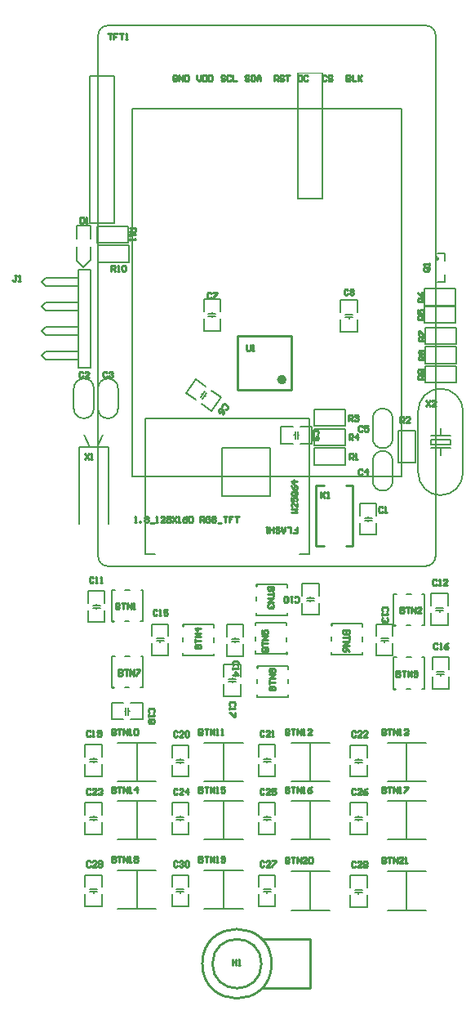
<source format=gto>
G04*
G04 #@! TF.GenerationSoftware,Altium Limited,Altium Designer,22.11.1 (43)*
G04*
G04 Layer_Color=65535*
%FSLAX44Y44*%
%MOMM*%
G71*
G04*
G04 #@! TF.SameCoordinates,BDB78580-9DC3-4381-8F3F-6093B5378177*
G04*
G04*
G04 #@! TF.FilePolarity,Positive*
G04*
G01*
G75*
%ADD10C,0.2000*%
%ADD11C,0.5000*%
%ADD12C,0.2032*%
%ADD13C,0.2540*%
%ADD14C,0.2500*%
%ADD15C,0.1524*%
%ADD16C,0.1000*%
D10*
X1109800Y1441400D02*
G03*
X1099800Y1451400I-10000J0D01*
G01*
Y891400D02*
G03*
X1109800Y901400I0J10000D01*
G01*
X769800Y1451400D02*
G03*
X759800Y1441400I0J-10000D01*
G01*
Y901400D02*
G03*
X769800Y891400I10000J0D01*
G01*
X1065414Y1044160D02*
G03*
X1044586Y1044160I-10414J0D01*
G01*
Y1023840D02*
G03*
X1065414Y1023840I10414J0D01*
G01*
X780414Y1075160D02*
G03*
X759586Y1075160I-10414J0D01*
G01*
Y1054840D02*
G03*
X780414Y1054840I10414J0D01*
G01*
X755414Y1075160D02*
G03*
X734586Y1075160I-10414J0D01*
G01*
Y1054840D02*
G03*
X755414Y1054840I10414J0D01*
G01*
X1065414Y1000160D02*
G03*
X1044586Y1000160I-10414J0D01*
G01*
Y979840D02*
G03*
X1065414Y979840I10414J0D01*
G01*
X795200Y984200D02*
X1074600D01*
X795200Y1365200D02*
X1074600D01*
Y984200D02*
Y1365200D01*
X795200Y984200D02*
Y1365200D01*
X769800Y891400D02*
X1099800D01*
X769800Y1451400D02*
X1099800D01*
X1109800Y901400D02*
Y1441400D01*
X759800Y901400D02*
Y1441400D01*
X1060000Y575000D02*
X1100000D01*
X1060000Y535000D02*
X1100000D01*
X1080000D02*
Y575000D01*
X1065414Y1023840D02*
Y1044160D01*
X1044586Y1023840D02*
Y1044160D01*
X938600Y964000D02*
Y1014000D01*
X888600Y964000D02*
Y1014000D01*
X938600D01*
X888600Y964000D02*
X938600D01*
X968600Y904000D02*
X978600D01*
Y1044000D01*
X968600D02*
X978600D01*
X808600D02*
X968600D01*
X808600Y904000D02*
Y1044000D01*
Y904000D02*
X818600D01*
X739600Y1096900D02*
Y1198500D01*
Y1096900D02*
X752300D01*
X705733Y1190033D02*
X739600D01*
X701500Y1185800D02*
X705733Y1190033D01*
X701500Y1185800D02*
X705733Y1181567D01*
X739600D01*
X705733Y1164633D02*
X739600D01*
X701500Y1160400D02*
X705733Y1164633D01*
X701500Y1160400D02*
X705733Y1156167D01*
X739600D01*
X705733Y1139233D02*
X739600D01*
X701500Y1135000D02*
X705733Y1139233D01*
X701500Y1135000D02*
X705733Y1130767D01*
X739600D01*
X705733Y1113833D02*
X739600D01*
X701500Y1109600D02*
X705733Y1113833D01*
X701500Y1109600D02*
X705733Y1105367D01*
X739600D01*
Y1198500D02*
X752300D01*
Y1096900D02*
Y1198500D01*
X967300Y1271900D02*
X992700D01*
Y1402460D01*
X967300Y1271900D02*
Y1402460D01*
X751400Y1246500D02*
X776800D01*
X751400Y1398900D02*
X776800D01*
Y1246500D02*
Y1398900D01*
X751400Y1246500D02*
Y1398900D01*
X770240Y935000D02*
Y1015000D01*
X739760Y935000D02*
Y1015000D01*
X770240D01*
X745000Y1027000D02*
X751000Y1015000D01*
X759000D02*
X765000Y1027000D01*
X1119700Y1185500D02*
Y1193500D01*
X1111700Y1185500D02*
X1119700D01*
Y1207500D02*
Y1215500D01*
X1111700D02*
X1119700D01*
X806384Y765440D02*
Y797698D01*
X787842D02*
X792414D01*
X774126Y765440D02*
Y797698D01*
Y765440D02*
X774888D01*
X787588D02*
X791652D01*
X803844D02*
X806384D01*
X804098Y797698D02*
X806384D01*
X774126D02*
X777682D01*
X780000Y576000D02*
X820000D01*
X780000Y536000D02*
X820000D01*
X800000D02*
Y576000D01*
X780414Y1054840D02*
Y1075160D01*
X759586Y1054840D02*
Y1075160D01*
X755414Y1054840D02*
Y1075160D01*
X734586Y1054840D02*
Y1075160D01*
X1065414Y979840D02*
Y1000160D01*
X1044586Y979840D02*
Y1000160D01*
X774126Y866698D02*
X777682D01*
X804098D02*
X806384D01*
X803844Y834440D02*
X806384D01*
X787588D02*
X791652D01*
X774126D02*
X774888D01*
X774126D02*
Y866698D01*
X787842D02*
X792414D01*
X806384Y834440D02*
Y866698D01*
X955698Y869318D02*
Y872874D01*
Y840616D02*
Y842902D01*
X923440Y840616D02*
Y843156D01*
Y855348D02*
Y859412D01*
Y872112D02*
Y872874D01*
X955698D01*
Y854586D02*
Y859158D01*
X923440Y840616D02*
X955698D01*
X1066126Y796698D02*
X1069682D01*
X1096098D02*
X1098384D01*
X1095844Y764440D02*
X1098384D01*
X1079588D02*
X1083652D01*
X1066126D02*
X1066888D01*
X1066126D02*
Y796698D01*
X1079842D02*
X1084414D01*
X1098384Y764440D02*
Y796698D01*
X1066126Y862698D02*
X1069682D01*
X1096098D02*
X1098384D01*
X1095844Y830440D02*
X1098384D01*
X1079588D02*
X1083652D01*
X1066126D02*
X1066888D01*
X1066126D02*
Y862698D01*
X1079842D02*
X1084414D01*
X1098384Y830440D02*
Y862698D01*
X956698Y784318D02*
Y787874D01*
Y755616D02*
Y757902D01*
X924440Y755616D02*
Y758156D01*
Y770348D02*
Y774412D01*
Y787112D02*
Y787874D01*
X956698D01*
Y769586D02*
Y774158D01*
X924440Y755616D02*
X956698D01*
X879698Y827318D02*
Y830874D01*
Y798616D02*
Y800902D01*
X847440Y798616D02*
Y801156D01*
Y813348D02*
Y817412D01*
Y830112D02*
Y830874D01*
X879698D01*
Y812586D02*
Y817158D01*
X847440Y798616D02*
X879698D01*
X1033698Y828318D02*
Y831874D01*
Y799616D02*
Y801902D01*
X1001440Y799616D02*
Y802156D01*
Y814348D02*
Y818412D01*
Y831112D02*
Y831874D01*
X1033698D01*
Y813586D02*
Y818158D01*
X1001440Y799616D02*
X1033698D01*
X923302Y800126D02*
Y803682D01*
Y830098D02*
Y832384D01*
X955560Y829844D02*
Y832384D01*
Y813588D02*
Y817652D01*
Y800126D02*
Y800888D01*
X923302Y800126D02*
X955560D01*
X923302Y813842D02*
Y818414D01*
Y832384D02*
X955560D01*
X1080000Y668000D02*
Y708000D01*
X1060000Y668000D02*
X1100000D01*
X1060000Y708000D02*
X1100000D01*
X980000Y668000D02*
Y708000D01*
X960000Y668000D02*
X1000000D01*
X960000Y708000D02*
X1000000D01*
X890000Y668000D02*
Y708000D01*
X870000Y668000D02*
X910000D01*
X870000Y708000D02*
X910000D01*
X800000Y668000D02*
Y708000D01*
X780000Y668000D02*
X820000D01*
X780000Y708000D02*
X820000D01*
X1080000Y608000D02*
Y648000D01*
X1060000Y608000D02*
X1100000D01*
X1060000Y648000D02*
X1100000D01*
X980000Y608000D02*
Y648000D01*
X960000Y608000D02*
X1000000D01*
X960000Y648000D02*
X1000000D01*
X890000Y608000D02*
Y648000D01*
X870000Y608000D02*
X910000D01*
X870000Y648000D02*
X910000D01*
X800000Y608000D02*
Y648000D01*
X780000Y608000D02*
X820000D01*
X780000Y648000D02*
X820000D01*
X980000Y535000D02*
Y575000D01*
X960000Y535000D02*
X1000000D01*
X960000Y575000D02*
X1000000D01*
X890000Y536000D02*
Y576000D01*
X870000Y536000D02*
X910000D01*
X870000Y576000D02*
X910000D01*
D11*
X952780Y1084490D02*
G03*
X952780Y1084490I-2500J0D01*
G01*
D12*
X1091750Y988250D02*
G03*
X1138248Y988269I23249J-249D01*
G01*
X1138249Y1051750D02*
G03*
X1091751Y1051731I-23249J249D01*
G01*
X869363Y1135245D02*
X886635D01*
X869363D02*
Y1147691D01*
X886635Y1135245D02*
Y1147691D01*
X869363Y1155311D02*
Y1167757D01*
X886635Y1155311D02*
Y1167757D01*
X869363D02*
X886635D01*
X836364Y571256D02*
X853636D01*
Y558810D02*
Y571256D01*
X836364Y558810D02*
Y571256D01*
X853636Y538744D02*
Y551190D01*
X836364Y538744D02*
Y551190D01*
Y538744D02*
X853636D01*
X744555Y1201091D02*
X752112Y1208648D01*
Y1221792D01*
X737888Y1207758D02*
X744555Y1201091D01*
X737888Y1207758D02*
Y1221792D01*
Y1230428D02*
Y1244144D01*
X738396D01*
X752112D01*
Y1243890D02*
Y1244144D01*
Y1230428D02*
Y1243890D01*
X791256Y1226364D02*
Y1243636D01*
X778810Y1226364D02*
X791256D01*
X778810Y1243636D02*
X791256D01*
X758744Y1226364D02*
X778810D01*
X758744Y1243636D02*
X778810D01*
X758744Y1226364D02*
Y1243636D01*
X1138251Y988269D02*
Y1051750D01*
X1091750Y988250D02*
Y1051731D01*
X1016256Y1016364D02*
Y1033636D01*
X1003810Y1016364D02*
X1016256D01*
X1003810Y1033636D02*
X1016256D01*
X983744Y1016364D02*
X1003810D01*
X983744Y1033636D02*
X1003810D01*
X983744Y1016364D02*
Y1033636D01*
X981757Y1018365D02*
Y1035637D01*
X969311Y1018365D02*
X981757D01*
X969311Y1035637D02*
X981757D01*
X949245Y1018365D02*
X961691D01*
X949245Y1035637D02*
X961691D01*
X949245Y1018365D02*
Y1035637D01*
X1098243Y1143363D02*
Y1160635D01*
X1118309D01*
X1098243Y1143363D02*
X1118309D01*
Y1160635D02*
X1130755D01*
X1118309Y1143363D02*
X1130755D01*
Y1160635D01*
X1131249Y1121400D02*
Y1138671D01*
X1111183Y1121400D02*
X1131249D01*
X1111183Y1138671D02*
X1131249D01*
X1098737Y1121400D02*
X1111183D01*
X1098737Y1138671D02*
X1111183D01*
X1098737Y1121400D02*
Y1138671D01*
X1098243Y1161363D02*
Y1178635D01*
X1118309D01*
X1098243Y1161363D02*
X1118309D01*
Y1178635D02*
X1130755D01*
X1118309Y1161363D02*
X1130755D01*
Y1178635D01*
X1098737Y1101364D02*
Y1118636D01*
X1118803D01*
X1098737Y1101364D02*
X1118803D01*
Y1118636D02*
X1131249D01*
X1118803Y1101364D02*
X1131249D01*
Y1118636D01*
Y1081364D02*
Y1098636D01*
X1111183Y1081364D02*
X1131249D01*
X1111183Y1098636D02*
X1131249D01*
X1098737Y1081364D02*
X1111183D01*
X1098737Y1098636D02*
X1111183D01*
X1098737Y1081364D02*
Y1098636D01*
X1011363Y1134245D02*
X1028635D01*
X1011363D02*
Y1146691D01*
X1028635Y1134245D02*
Y1146691D01*
X1011363Y1154311D02*
Y1166757D01*
X1028635Y1154311D02*
Y1166757D01*
X1011363D02*
X1028635D01*
X850950Y1070699D02*
X860856Y1084847D01*
X871052Y1077709D01*
X850950Y1070699D02*
X861145Y1063560D01*
X877294Y1073338D02*
X887489Y1066199D01*
X867387Y1059190D02*
X877582Y1052051D01*
X887489Y1066199D01*
X1016256Y1036364D02*
Y1053636D01*
X996190Y1036364D02*
X1016256D01*
X996190Y1053636D02*
X1016256D01*
X983744Y1036364D02*
X996190D01*
X983744Y1053636D02*
X996190D01*
X983744Y1036364D02*
Y1053636D01*
X791757Y1206365D02*
Y1223637D01*
X771691Y1206365D02*
X791757D01*
X771691Y1223637D02*
X791757D01*
X759245Y1206365D02*
X771691D01*
X759245Y1223637D02*
X771691D01*
X759245Y1206365D02*
Y1223637D01*
X983744Y996364D02*
Y1013636D01*
X1003810D01*
X983744Y996364D02*
X1003810D01*
Y1013636D02*
X1016256D01*
X1003810Y996364D02*
X1016256D01*
Y1013636D01*
X1031364Y923744D02*
X1048636D01*
X1031364D02*
Y936190D01*
X1048636Y923744D02*
Y936190D01*
X1031364Y943810D02*
Y956256D01*
X1048636Y943810D02*
Y956256D01*
X1031364D02*
X1048636D01*
X746364Y706256D02*
X763636D01*
Y693810D02*
Y706256D01*
X746364Y693810D02*
Y706256D01*
X763636Y673744D02*
Y686190D01*
X746364Y673744D02*
Y686190D01*
Y673744D02*
X763636D01*
X890364Y756744D02*
X907636D01*
X890364D02*
Y769190D01*
X907636Y756744D02*
Y769190D01*
X890364Y776810D02*
Y789256D01*
X907636Y776810D02*
Y789256D01*
X890364D02*
X907636D01*
X773744Y732364D02*
Y749636D01*
X786190D01*
X773744Y732364D02*
X786190D01*
X793810Y749636D02*
X806256D01*
X793810Y732364D02*
X806256D01*
Y749636D01*
X1048364Y798744D02*
X1065636D01*
X1048364D02*
Y811190D01*
X1065636Y798744D02*
Y811190D01*
X1048364Y818810D02*
Y831256D01*
X1065636Y818810D02*
Y831256D01*
X1048364D02*
X1065636D01*
X893363Y830757D02*
X910635D01*
Y818311D02*
Y830757D01*
X893363Y818311D02*
Y830757D01*
X910635Y798245D02*
Y810691D01*
X893363Y798245D02*
Y810691D01*
Y798245D02*
X910635D01*
X971364Y840744D02*
X988636D01*
X971364D02*
Y853190D01*
X988636Y840744D02*
Y853190D01*
X971364Y860810D02*
Y873256D01*
X988636Y860810D02*
Y873256D01*
X971364D02*
X988636D01*
X815364Y798744D02*
X832636D01*
X815364D02*
Y811190D01*
X832636Y798744D02*
Y811190D01*
X815364Y818810D02*
Y831256D01*
X832636Y818810D02*
Y831256D01*
X815364D02*
X832636D01*
X1106363Y764245D02*
X1123635D01*
X1106363D02*
Y776691D01*
X1123635Y764245D02*
Y776691D01*
X1106363Y784311D02*
Y796757D01*
X1123635Y784311D02*
Y796757D01*
X1106363D02*
X1123635D01*
X1105363Y830245D02*
X1122635D01*
X1105363D02*
Y842691D01*
X1122635Y830245D02*
Y842691D01*
X1105363Y850311D02*
Y862757D01*
X1122635Y850311D02*
Y862757D01*
X1105363D02*
X1122635D01*
X749365Y865755D02*
X766637D01*
Y853309D02*
Y865755D01*
X749365Y853309D02*
Y865755D01*
X766637Y833243D02*
Y845689D01*
X749365Y833243D02*
Y845689D01*
Y833243D02*
X766637D01*
X1071364Y1031256D02*
X1088636D01*
Y1018810D02*
Y1031256D01*
X1071364Y1018810D02*
Y1031256D01*
X1088636Y998744D02*
Y1018810D01*
X1071364Y998744D02*
Y1018810D01*
Y998744D02*
X1088636D01*
X1021365Y673243D02*
X1038637D01*
X1021365D02*
Y685689D01*
X1038637Y673243D02*
Y685689D01*
X1021365Y693309D02*
Y705755D01*
X1038637Y693309D02*
Y705755D01*
X1021365D02*
X1038637D01*
X926364Y673744D02*
X943636D01*
X926364D02*
Y686190D01*
X943636Y673744D02*
Y686190D01*
X926364Y693810D02*
Y706256D01*
X943636Y693810D02*
Y706256D01*
X926364D02*
X943636D01*
X836365Y673243D02*
X853637D01*
X836365D02*
Y685689D01*
X853637Y673243D02*
Y685689D01*
X836365Y693309D02*
Y705755D01*
X853637Y693309D02*
Y705755D01*
X836365D02*
X853637D01*
X1021364Y613744D02*
X1038636D01*
X1021364D02*
Y626190D01*
X1038636Y613744D02*
Y626190D01*
X1021364Y633810D02*
Y646256D01*
X1038636Y633810D02*
Y646256D01*
X1021364D02*
X1038636D01*
X926364D02*
X943636D01*
Y633810D02*
Y646256D01*
X926364Y633810D02*
Y646256D01*
X943636Y613744D02*
Y626190D01*
X926364Y613744D02*
Y626190D01*
Y613744D02*
X943636D01*
X836364D02*
X853636D01*
X836364D02*
Y626190D01*
X853636Y613744D02*
Y626190D01*
X836364Y633810D02*
Y646256D01*
X853636Y633810D02*
Y646256D01*
X836364D02*
X853636D01*
X746364Y613744D02*
X763636D01*
X746364D02*
Y626190D01*
X763636Y613744D02*
Y626190D01*
X746364Y633810D02*
Y646256D01*
X763636Y633810D02*
Y646256D01*
X746364D02*
X763636D01*
X1021365Y538243D02*
X1038637D01*
X1021365D02*
Y550689D01*
X1038637Y538243D02*
Y550689D01*
X1021365Y558309D02*
Y570755D01*
X1038637Y558309D02*
Y570755D01*
X1021365D02*
X1038637D01*
X926364Y538744D02*
X943636D01*
X926364D02*
Y551190D01*
X943636Y538744D02*
Y551190D01*
X926364Y558810D02*
Y571256D01*
X943636Y558810D02*
Y571256D01*
X926364D02*
X943636D01*
X746364Y538744D02*
X763636D01*
X746364D02*
Y551190D01*
X763636Y538744D02*
Y551190D01*
X746364Y558810D02*
Y571256D01*
X763636Y558810D02*
Y571256D01*
X746364D02*
X763636D01*
D13*
X939721Y479400D02*
G03*
X939721Y479400I-35921J0D01*
G01*
X929200D02*
G03*
X929200Y479400I-25400J0D01*
G01*
X986000Y912254D02*
Y975254D01*
X1024000Y912254D02*
Y975254D01*
X986000Y912254D02*
X994332D01*
X986000Y975254D02*
X994332D01*
X1016684Y912254D02*
X1024000D01*
X1016684Y975254D02*
X1024000D01*
X960440Y1074330D02*
Y1130210D01*
X904560Y1074330D02*
X960440D01*
X904560D02*
Y1130210D01*
X960440D01*
X929200Y504800D02*
X980000D01*
Y454000D02*
Y504800D01*
X929200Y454000D02*
X980000D01*
X774380Y765440D02*
X775904D01*
X774380Y834440D02*
X775904D01*
X923440Y871096D02*
Y872620D01*
X1066380Y764440D02*
X1067904D01*
X1066380Y830440D02*
X1067904D01*
X924440Y786096D02*
Y787620D01*
X847440Y829096D02*
Y830620D01*
X1001440Y830096D02*
Y831620D01*
X955560Y800380D02*
Y801904D01*
X877000Y1173500D02*
X876000Y1174500D01*
X874000D01*
X873001Y1173500D01*
Y1169501D01*
X874000Y1168502D01*
X876000D01*
X877000Y1169501D01*
X878999Y1174500D02*
X882998D01*
Y1173500D01*
X878999Y1169501D01*
Y1168502D01*
X770003Y1442999D02*
X774002D01*
X772003D01*
Y1437001D01*
X780000Y1442999D02*
X776001D01*
Y1440000D01*
X778001D01*
X776001D01*
Y1437001D01*
X781999Y1442999D02*
X785998D01*
X783999D01*
Y1437001D01*
X787997D02*
X789997D01*
X788997D01*
Y1442999D01*
X787997Y1441999D01*
X797740Y936940D02*
X799739D01*
X798740D01*
Y942938D01*
X797740Y941938D01*
X802738Y936940D02*
Y937939D01*
X803738D01*
Y936940D01*
X802738D01*
X807737Y941938D02*
X808736Y942938D01*
X810736D01*
X811735Y941938D01*
Y940938D01*
X810736Y939939D01*
X811735Y938939D01*
Y937939D01*
X810736Y936940D01*
X808736D01*
X807737Y937939D01*
Y938939D01*
X808736Y939939D01*
X807737Y940938D01*
Y941938D01*
X808736Y939939D02*
X810736D01*
X813735Y935940D02*
X817734D01*
X819733Y936940D02*
X821732D01*
X820732D01*
Y942938D01*
X819733Y941938D01*
X828730Y936940D02*
X824731D01*
X828730Y940938D01*
Y941938D01*
X827730Y942938D01*
X825731D01*
X824731Y941938D01*
X830729D02*
X831729Y942938D01*
X833728D01*
X834728Y941938D01*
Y940938D01*
X833728Y939939D01*
X834728Y938939D01*
Y937939D01*
X833728Y936940D01*
X831729D01*
X830729Y937939D01*
Y938939D01*
X831729Y939939D01*
X830729Y940938D01*
Y941938D01*
X831729Y939939D02*
X833728D01*
X836727Y942938D02*
X840726Y936940D01*
Y942938D02*
X836727Y936940D01*
X842725D02*
X844725D01*
X843725D01*
Y942938D01*
X842725Y941938D01*
X851722Y942938D02*
X849723Y941938D01*
X847724Y939939D01*
Y937939D01*
X848723Y936940D01*
X850723D01*
X851722Y937939D01*
Y938939D01*
X850723Y939939D01*
X847724D01*
X853722Y941938D02*
X854722Y942938D01*
X856721D01*
X857720Y941938D01*
Y937939D01*
X856721Y936940D01*
X854722D01*
X853722Y937939D01*
Y941938D01*
X865718Y936940D02*
Y942938D01*
X868717D01*
X869717Y941938D01*
Y939939D01*
X868717Y938939D01*
X865718D01*
X867717D02*
X869717Y936940D01*
X875715Y941938D02*
X874715Y942938D01*
X872716D01*
X871716Y941938D01*
Y937939D01*
X872716Y936940D01*
X874715D01*
X875715Y937939D01*
Y939939D01*
X873715D01*
X877714Y942938D02*
Y936940D01*
X880713D01*
X881713Y937939D01*
Y938939D01*
X880713Y939939D01*
X877714D01*
X880713D01*
X881713Y940938D01*
Y941938D01*
X880713Y942938D01*
X877714D01*
X883712Y935940D02*
X887711D01*
X889710Y942938D02*
X893709D01*
X891710D01*
Y936940D01*
X899707Y942938D02*
X895708D01*
Y939939D01*
X897708D01*
X895708D01*
Y936940D01*
X901706Y942938D02*
X905705D01*
X903706D01*
Y936940D01*
X1017340Y1399938D02*
Y1393940D01*
X1020339D01*
X1021339Y1394940D01*
Y1395939D01*
X1020339Y1396939D01*
X1017340D01*
X1020339D01*
X1021339Y1397939D01*
Y1398938D01*
X1020339Y1399938D01*
X1017340D01*
X1023338D02*
Y1393940D01*
X1027337D01*
X1029336Y1399938D02*
Y1393940D01*
Y1395939D01*
X1033335Y1399938D01*
X1030336Y1396939D01*
X1033335Y1393940D01*
X996339Y1398938D02*
X995339Y1399938D01*
X993340D01*
X992340Y1398938D01*
Y1394940D01*
X993340Y1393940D01*
X995339D01*
X996339Y1394940D01*
X1002337Y1398938D02*
X1001337Y1399938D01*
X999338D01*
X998338Y1398938D01*
Y1397939D01*
X999338Y1396939D01*
X1001337D01*
X1002337Y1395939D01*
Y1394940D01*
X1001337Y1393940D01*
X999338D01*
X998338Y1394940D01*
X967340Y1399938D02*
Y1393940D01*
X970339D01*
X971339Y1394940D01*
Y1398938D01*
X970339Y1399938D01*
X967340D01*
X977337Y1398938D02*
X976337Y1399938D01*
X974338D01*
X973338Y1398938D01*
Y1394940D01*
X974338Y1393940D01*
X976337D01*
X977337Y1394940D01*
X942340Y1393940D02*
Y1399938D01*
X945339D01*
X946339Y1398938D01*
Y1396939D01*
X945339Y1395939D01*
X942340D01*
X944339D02*
X946339Y1393940D01*
X952337Y1398938D02*
X951337Y1399938D01*
X949338D01*
X948338Y1398938D01*
Y1397939D01*
X949338Y1396939D01*
X951337D01*
X952337Y1395939D01*
Y1394940D01*
X951337Y1393940D01*
X949338D01*
X948338Y1394940D01*
X954336Y1399938D02*
X958335D01*
X956336D01*
Y1393940D01*
X916339Y1398938D02*
X915339Y1399938D01*
X913340D01*
X912340Y1398938D01*
Y1397939D01*
X913340Y1396939D01*
X915339D01*
X916339Y1395939D01*
Y1394940D01*
X915339Y1393940D01*
X913340D01*
X912340Y1394940D01*
X918338Y1399938D02*
Y1393940D01*
X921337D01*
X922337Y1394940D01*
Y1398938D01*
X921337Y1399938D01*
X918338D01*
X924336Y1393940D02*
Y1397939D01*
X926336Y1399938D01*
X928335Y1397939D01*
Y1393940D01*
Y1396939D01*
X924336D01*
X891339Y1398938D02*
X890339Y1399938D01*
X888340D01*
X887340Y1398938D01*
Y1397939D01*
X888340Y1396939D01*
X890339D01*
X891339Y1395939D01*
Y1394940D01*
X890339Y1393940D01*
X888340D01*
X887340Y1394940D01*
X897337Y1398938D02*
X896337Y1399938D01*
X894338D01*
X893338Y1398938D01*
Y1394940D01*
X894338Y1393940D01*
X896337D01*
X897337Y1394940D01*
X899336Y1399938D02*
Y1393940D01*
X903335D01*
X862260Y1399938D02*
Y1395939D01*
X864260Y1393940D01*
X866259Y1395939D01*
Y1399938D01*
X868258D02*
Y1393940D01*
X871257D01*
X872257Y1394940D01*
Y1398938D01*
X871257Y1399938D01*
X868258D01*
X874257D02*
Y1393940D01*
X877255D01*
X878255Y1394940D01*
Y1398938D01*
X877255Y1399938D01*
X874257D01*
X841339Y1398938D02*
X840339Y1399938D01*
X838340D01*
X837340Y1398938D01*
Y1394940D01*
X838340Y1393940D01*
X840339D01*
X841339Y1394940D01*
Y1396939D01*
X839339D01*
X843338Y1393940D02*
Y1399938D01*
X847337Y1393940D01*
Y1399938D01*
X849336D02*
Y1393940D01*
X852335D01*
X853335Y1394940D01*
Y1398938D01*
X852335Y1399938D01*
X849336D01*
X960062Y946540D02*
X966060D01*
X964061Y948539D01*
X966060Y950539D01*
X960062D01*
X966060Y956537D02*
Y952538D01*
X962061Y956537D01*
X961062D01*
X960062Y955537D01*
Y953538D01*
X961062Y952538D01*
X960062Y962535D02*
Y958536D01*
X963061D01*
X962061Y960536D01*
Y961535D01*
X963061Y962535D01*
X965060D01*
X966060Y961535D01*
Y959536D01*
X965060Y958536D01*
Y968533D02*
X961062D01*
X960062Y967533D01*
Y965534D01*
X961062Y964534D01*
X965060D01*
X966060Y965534D01*
Y967533D01*
X964061Y966534D02*
X966060Y968533D01*
Y967533D02*
X965060Y968533D01*
X960062Y974531D02*
X961062Y972532D01*
X963061Y970532D01*
X965060D01*
X966060Y971532D01*
Y973531D01*
X965060Y974531D01*
X964061D01*
X963061Y973531D01*
Y970532D01*
X966060Y979529D02*
X960062D01*
X963061Y976530D01*
Y980529D01*
X781004Y783999D02*
Y778001D01*
X784003D01*
X785002Y779001D01*
Y780000D01*
X784003Y781000D01*
X781004D01*
X784003D01*
X785002Y782000D01*
Y782999D01*
X784003Y783999D01*
X781004D01*
X787002D02*
X791000D01*
X789001D01*
Y778001D01*
X793000D02*
Y783999D01*
X796998Y778001D01*
Y783999D01*
X798998D02*
X802997D01*
Y782999D01*
X798998Y779001D01*
Y778001D01*
X1101999Y1201000D02*
X1098001D01*
X1097001Y1200000D01*
Y1198001D01*
X1098001Y1197001D01*
X1101999D01*
X1102999Y1198001D01*
Y1200000D01*
X1101000Y1199001D02*
X1102999Y1201000D01*
Y1200000D02*
X1101999Y1201000D01*
X1102999Y1202999D02*
Y1204999D01*
Y1203999D01*
X1097001D01*
X1098001Y1202999D01*
X899001Y483999D02*
Y478001D01*
Y481000D01*
X903000D01*
Y483999D01*
Y478001D01*
X904999D02*
X906999D01*
X905999D01*
Y483999D01*
X904999Y482999D01*
X1100002Y1062999D02*
X1104000Y1057001D01*
Y1062999D02*
X1100002Y1057001D01*
X1109998D02*
X1106000D01*
X1109998Y1061000D01*
Y1061999D01*
X1108999Y1062999D01*
X1106999D01*
X1106000Y1061999D01*
X746001Y1007999D02*
X750000Y1002001D01*
Y1007999D02*
X746001Y1002001D01*
X751999D02*
X753999D01*
X752999D01*
Y1007999D01*
X751999Y1006999D01*
X792502Y1241499D02*
X798500D01*
Y1238500D01*
X797500Y1237500D01*
X795501D01*
X794501Y1238500D01*
Y1241499D01*
Y1239499D02*
X792502Y1237500D01*
Y1235501D02*
Y1233501D01*
Y1234501D01*
X798500D01*
X797500Y1235501D01*
X792502Y1230502D02*
Y1228503D01*
Y1229503D01*
X798500D01*
X797500Y1230502D01*
X773502Y1197001D02*
Y1202999D01*
X776501D01*
X777501Y1201999D01*
Y1200000D01*
X776501Y1199000D01*
X773502D01*
X775502D02*
X777501Y1197001D01*
X779501D02*
X781500D01*
X780500D01*
Y1202999D01*
X779501Y1201999D01*
X784499D02*
X785499Y1202999D01*
X787498D01*
X788498Y1201999D01*
Y1198001D01*
X787498Y1197001D01*
X785499D01*
X784499Y1198001D01*
Y1201999D01*
X1097491Y1085001D02*
X1091493D01*
Y1088000D01*
X1092493Y1088999D01*
X1094492D01*
X1095492Y1088000D01*
Y1085001D01*
Y1087000D02*
X1097491Y1088999D01*
X1096492Y1090999D02*
X1097491Y1091999D01*
Y1093998D01*
X1096492Y1094997D01*
X1092493D01*
X1091493Y1093998D01*
Y1091999D01*
X1092493Y1090999D01*
X1093493D01*
X1094492Y1091999D01*
Y1094997D01*
X1097992Y1105002D02*
X1091994D01*
Y1108001D01*
X1092994Y1109000D01*
X1094993D01*
X1095993Y1108001D01*
Y1105002D01*
Y1107001D02*
X1097992Y1109000D01*
X1092994Y1111000D02*
X1091994Y1111999D01*
Y1113999D01*
X1092994Y1114998D01*
X1093993D01*
X1094993Y1113999D01*
X1095993Y1114998D01*
X1096992D01*
X1097992Y1113999D01*
Y1111999D01*
X1096992Y1111000D01*
X1095993D01*
X1094993Y1111999D01*
X1093993Y1111000D01*
X1092994D01*
X1094993Y1111999D02*
Y1113999D01*
X1097992Y1125037D02*
X1091994D01*
Y1128036D01*
X1092994Y1129036D01*
X1094993D01*
X1095993Y1128036D01*
Y1125037D01*
Y1127037D02*
X1097992Y1129036D01*
X1091994Y1131035D02*
Y1135034D01*
X1092994D01*
X1096992Y1131035D01*
X1097992D01*
X1097498Y1165001D02*
X1091500D01*
Y1168000D01*
X1092500Y1168999D01*
X1094499D01*
X1095499Y1168000D01*
Y1165001D01*
Y1167000D02*
X1097498Y1168999D01*
X1091500Y1174998D02*
X1092500Y1172998D01*
X1094499Y1170999D01*
X1096499D01*
X1097498Y1171999D01*
Y1173998D01*
X1096499Y1174998D01*
X1095499D01*
X1094499Y1173998D01*
Y1170999D01*
X1097498Y1147001D02*
X1091500D01*
Y1150000D01*
X1092500Y1151000D01*
X1094499D01*
X1095499Y1150000D01*
Y1147001D01*
Y1149000D02*
X1097498Y1151000D01*
X1091500Y1156998D02*
Y1152999D01*
X1094499D01*
X1093500Y1154998D01*
Y1155998D01*
X1094499Y1156998D01*
X1096498D01*
X1097498Y1155998D01*
Y1153998D01*
X1096498Y1152999D01*
X1020002Y1022001D02*
Y1027999D01*
X1023001D01*
X1024000Y1026999D01*
Y1025000D01*
X1023001Y1024000D01*
X1020002D01*
X1022001D02*
X1024000Y1022001D01*
X1028999D02*
Y1027999D01*
X1026000Y1025000D01*
X1029998D01*
X1019501Y1042000D02*
Y1047998D01*
X1022500D01*
X1023500Y1046999D01*
Y1044999D01*
X1022500Y1043999D01*
X1019501D01*
X1021500D02*
X1023500Y1042000D01*
X1025499Y1046999D02*
X1026499Y1047998D01*
X1028498D01*
X1029498Y1046999D01*
Y1045999D01*
X1028498Y1044999D01*
X1027498D01*
X1028498D01*
X1029498Y1043999D01*
Y1043000D01*
X1028498Y1042000D01*
X1026499D01*
X1025499Y1043000D01*
X1072896Y1039876D02*
Y1045874D01*
X1075895D01*
X1076895Y1044874D01*
Y1042875D01*
X1075895Y1041875D01*
X1072896D01*
X1074895D02*
X1076895Y1039876D01*
X1082893D02*
X1078894D01*
X1082893Y1043875D01*
Y1044874D01*
X1081893Y1045874D01*
X1079894D01*
X1078894Y1044874D01*
X675000Y1192599D02*
X673001D01*
X674000D01*
Y1187601D01*
X673001Y1186601D01*
X672001D01*
X671001Y1187601D01*
X676999Y1186601D02*
X678999D01*
X677999D01*
Y1192599D01*
X676999Y1191599D01*
X961796Y926001D02*
X965795D01*
Y929000D01*
X963795D01*
X965795D01*
Y931999D01*
X959797Y926001D02*
Y931999D01*
X955798D01*
X953799D02*
Y928000D01*
X951799Y926001D01*
X949800Y928000D01*
Y931999D01*
Y929000D01*
X953799D01*
X943802Y927001D02*
X944802Y926001D01*
X946801D01*
X947801Y927001D01*
Y928000D01*
X946801Y929000D01*
X944802D01*
X943802Y930000D01*
Y930999D01*
X944802Y931999D01*
X946801D01*
X947801Y930999D01*
X941803Y926001D02*
Y931999D01*
Y929000D01*
X937804D01*
Y926001D01*
Y931999D01*
X935805D02*
X933805D01*
X934805D01*
Y926001D01*
X935805Y927001D01*
X741001Y1252999D02*
Y1247001D01*
X744000D01*
X745000Y1248001D01*
Y1251999D01*
X744000Y1252999D01*
X741001D01*
X746999Y1247001D02*
X748999D01*
X747999D01*
Y1252999D01*
X746999Y1251999D01*
X841945Y584880D02*
X840945Y585880D01*
X838946D01*
X837946Y584880D01*
Y580882D01*
X838946Y579882D01*
X840945D01*
X841945Y580882D01*
X843944Y584880D02*
X844944Y585880D01*
X846943D01*
X847943Y584880D01*
Y583881D01*
X846943Y582881D01*
X845943D01*
X846943D01*
X847943Y581881D01*
Y580882D01*
X846943Y579882D01*
X844944D01*
X843944Y580882D01*
X849942Y584880D02*
X850942Y585880D01*
X852941D01*
X853941Y584880D01*
Y580882D01*
X852941Y579882D01*
X850942D01*
X849942Y580882D01*
Y584880D01*
X751775D02*
X750775Y585880D01*
X748776D01*
X747776Y584880D01*
Y580882D01*
X748776Y579882D01*
X750775D01*
X751775Y580882D01*
X757773Y579882D02*
X753774D01*
X757773Y583881D01*
Y584880D01*
X756773Y585880D01*
X754774D01*
X753774Y584880D01*
X759772Y580882D02*
X760772Y579882D01*
X762771D01*
X763771Y580882D01*
Y584880D01*
X762771Y585880D01*
X760772D01*
X759772Y584880D01*
Y583881D01*
X760772Y582881D01*
X763771D01*
X1026857Y584372D02*
X1025857Y585372D01*
X1023858D01*
X1022858Y584372D01*
Y580374D01*
X1023858Y579374D01*
X1025857D01*
X1026857Y580374D01*
X1032855Y579374D02*
X1028856D01*
X1032855Y583373D01*
Y584372D01*
X1031855Y585372D01*
X1029856D01*
X1028856Y584372D01*
X1034854D02*
X1035854Y585372D01*
X1037853D01*
X1038853Y584372D01*
Y583373D01*
X1037853Y582373D01*
X1038853Y581373D01*
Y580374D01*
X1037853Y579374D01*
X1035854D01*
X1034854Y580374D01*
Y581373D01*
X1035854Y582373D01*
X1034854Y583373D01*
Y584372D01*
X1035854Y582373D02*
X1037853D01*
X931861Y584880D02*
X930861Y585880D01*
X928862D01*
X927862Y584880D01*
Y580882D01*
X928862Y579882D01*
X930861D01*
X931861Y580882D01*
X937859Y579882D02*
X933860D01*
X937859Y583881D01*
Y584880D01*
X936859Y585880D01*
X934860D01*
X933860Y584880D01*
X939858Y585880D02*
X943857D01*
Y584880D01*
X939858Y580882D01*
Y579882D01*
X1026857Y659810D02*
X1025857Y660810D01*
X1023858D01*
X1022858Y659810D01*
Y655812D01*
X1023858Y654812D01*
X1025857D01*
X1026857Y655812D01*
X1032855Y654812D02*
X1028856D01*
X1032855Y658811D01*
Y659810D01*
X1031855Y660810D01*
X1029856D01*
X1028856Y659810D01*
X1038853Y660810D02*
X1036853Y659810D01*
X1034854Y657811D01*
Y655812D01*
X1035854Y654812D01*
X1037853D01*
X1038853Y655812D01*
Y656811D01*
X1037853Y657811D01*
X1034854D01*
X931861Y659810D02*
X930861Y660810D01*
X928862D01*
X927862Y659810D01*
Y655812D01*
X928862Y654812D01*
X930861D01*
X931861Y655812D01*
X937859Y654812D02*
X933860D01*
X937859Y658811D01*
Y659810D01*
X936859Y660810D01*
X934860D01*
X933860Y659810D01*
X943857Y660810D02*
X939858D01*
Y657811D01*
X941858Y658811D01*
X942857D01*
X943857Y657811D01*
Y655812D01*
X942857Y654812D01*
X940858D01*
X939858Y655812D01*
X841945Y659810D02*
X840945Y660810D01*
X838946D01*
X837946Y659810D01*
Y655812D01*
X838946Y654812D01*
X840945D01*
X841945Y655812D01*
X847943Y654812D02*
X843944D01*
X847943Y658811D01*
Y659810D01*
X846943Y660810D01*
X844944D01*
X843944Y659810D01*
X852941Y654812D02*
Y660810D01*
X849942Y657811D01*
X853941D01*
X751775Y659810D02*
X750775Y660810D01*
X748776D01*
X747776Y659810D01*
Y655812D01*
X748776Y654812D01*
X750775D01*
X751775Y655812D01*
X757773Y654812D02*
X753774D01*
X757773Y658811D01*
Y659810D01*
X756773Y660810D01*
X754774D01*
X753774Y659810D01*
X759772D02*
X760772Y660810D01*
X762771D01*
X763771Y659810D01*
Y658811D01*
X762771Y657811D01*
X761771D01*
X762771D01*
X763771Y656811D01*
Y655812D01*
X762771Y654812D01*
X760772D01*
X759772Y655812D01*
X1026857Y719500D02*
X1025857Y720500D01*
X1023858D01*
X1022858Y719500D01*
Y715502D01*
X1023858Y714502D01*
X1025857D01*
X1026857Y715502D01*
X1032855Y714502D02*
X1028856D01*
X1032855Y718501D01*
Y719500D01*
X1031855Y720500D01*
X1029856D01*
X1028856Y719500D01*
X1038853Y714502D02*
X1034854D01*
X1038853Y718501D01*
Y719500D01*
X1037853Y720500D01*
X1035854D01*
X1034854Y719500D01*
X931861Y720008D02*
X930861Y721008D01*
X928862D01*
X927862Y720008D01*
Y716010D01*
X928862Y715010D01*
X930861D01*
X931861Y716010D01*
X937859Y715010D02*
X933860D01*
X937859Y719009D01*
Y720008D01*
X936859Y721008D01*
X934860D01*
X933860Y720008D01*
X939858Y715010D02*
X941858D01*
X940858D01*
Y721008D01*
X939858Y720008D01*
X841945Y719500D02*
X840945Y720500D01*
X838946D01*
X837946Y719500D01*
Y715502D01*
X838946Y714502D01*
X840945D01*
X841945Y715502D01*
X847943Y714502D02*
X843944D01*
X847943Y718501D01*
Y719500D01*
X846943Y720500D01*
X844944D01*
X843944Y719500D01*
X849942D02*
X850942Y720500D01*
X852941D01*
X853941Y719500D01*
Y715502D01*
X852941Y714502D01*
X850942D01*
X849942Y715502D01*
Y719500D01*
X751775Y720008D02*
X750775Y721008D01*
X748776D01*
X747776Y720008D01*
Y716010D01*
X748776Y715010D01*
X750775D01*
X751775Y716010D01*
X753774Y715010D02*
X755773D01*
X754774D01*
Y721008D01*
X753774Y720008D01*
X758772Y716010D02*
X759772Y715010D01*
X761771D01*
X762771Y716010D01*
Y720008D01*
X761771Y721008D01*
X759772D01*
X758772Y720008D01*
Y719009D01*
X759772Y718009D01*
X762771D01*
X816999Y739499D02*
X817999Y740499D01*
Y742498D01*
X816999Y743497D01*
X813001D01*
X812001Y742498D01*
Y740499D01*
X813001Y739499D01*
X812001Y737499D02*
Y735500D01*
Y736500D01*
X817999D01*
X816999Y737499D01*
Y732501D02*
X817999Y731501D01*
Y729502D01*
X816999Y728502D01*
X816000D01*
X815000Y729502D01*
X814000Y728502D01*
X813001D01*
X812001Y729502D01*
Y731501D01*
X813001Y732501D01*
X814000D01*
X815000Y731501D01*
X816000Y732501D01*
X816999D01*
X815000Y731501D02*
Y729502D01*
X900999Y746499D02*
X901999Y747498D01*
Y749498D01*
X900999Y750498D01*
X897001D01*
X896001Y749498D01*
Y747498D01*
X897001Y746499D01*
X896001Y744500D02*
Y742500D01*
Y743500D01*
X901999D01*
X900999Y744500D01*
X901999Y739501D02*
Y735502D01*
X900999D01*
X897001Y739501D01*
X896001D01*
X1111947Y810432D02*
X1110947Y811432D01*
X1108948D01*
X1107948Y810432D01*
Y806434D01*
X1108948Y805434D01*
X1110947D01*
X1111947Y806434D01*
X1113946Y805434D02*
X1115945D01*
X1114946D01*
Y811432D01*
X1113946Y810432D01*
X1122943Y811432D02*
X1120944Y810432D01*
X1118944Y808433D01*
Y806434D01*
X1119944Y805434D01*
X1121944D01*
X1122943Y806434D01*
Y807433D01*
X1121944Y808433D01*
X1118944D01*
X820863Y844976D02*
X819863Y845976D01*
X817864D01*
X816864Y844976D01*
Y840978D01*
X817864Y839978D01*
X819863D01*
X820863Y840978D01*
X822862Y839978D02*
X824861D01*
X823862D01*
Y845976D01*
X822862Y844976D01*
X831859Y845976D02*
X827860D01*
Y842977D01*
X829860Y843977D01*
X830860D01*
X831859Y842977D01*
Y840978D01*
X830860Y839978D01*
X828860D01*
X827860Y840978D01*
X903999Y788499D02*
X904999Y789499D01*
Y791498D01*
X903999Y792498D01*
X900001D01*
X899001Y791498D01*
Y789499D01*
X900001Y788499D01*
X899001Y786499D02*
Y784500D01*
Y785500D01*
X904999D01*
X903999Y786499D01*
X899001Y778502D02*
X904999D01*
X902000Y781501D01*
Y777502D01*
X1058999Y844499D02*
X1059999Y845499D01*
Y847498D01*
X1058999Y848497D01*
X1055001D01*
X1054001Y847498D01*
Y845499D01*
X1055001Y844499D01*
X1054001Y842499D02*
Y840500D01*
Y841500D01*
X1059999D01*
X1058999Y842499D01*
Y837501D02*
X1059999Y836501D01*
Y834502D01*
X1058999Y833502D01*
X1058000D01*
X1057000Y834502D01*
Y835502D01*
Y834502D01*
X1056000Y833502D01*
X1055001D01*
X1054001Y834502D01*
Y836501D01*
X1055001Y837501D01*
X1110931Y876472D02*
X1109931Y877472D01*
X1107932D01*
X1106932Y876472D01*
Y872474D01*
X1107932Y871474D01*
X1109931D01*
X1110931Y872474D01*
X1112930Y871474D02*
X1114929D01*
X1113930D01*
Y877472D01*
X1112930Y876472D01*
X1121927Y871474D02*
X1117928D01*
X1121927Y875473D01*
Y876472D01*
X1120928Y877472D01*
X1118928D01*
X1117928Y876472D01*
X754823Y879266D02*
X753823Y880266D01*
X751824D01*
X750824Y879266D01*
Y875268D01*
X751824Y874268D01*
X753823D01*
X754823Y875268D01*
X756822Y874268D02*
X758821D01*
X757822D01*
Y880266D01*
X756822Y879266D01*
X761820Y874268D02*
X763820D01*
X762820D01*
Y880266D01*
X761820Y879266D01*
X963498Y854501D02*
X964498Y853502D01*
X966497D01*
X967497Y854501D01*
Y858500D01*
X966497Y859500D01*
X964498D01*
X963498Y858500D01*
X961499Y859500D02*
X959499D01*
X960499D01*
Y853502D01*
X961499Y854501D01*
X956500D02*
X955501Y853502D01*
X953501D01*
X952502Y854501D01*
Y858500D01*
X953501Y859500D01*
X955501D01*
X956500Y858500D01*
Y854501D01*
X987500Y1028000D02*
X988500Y1029000D01*
Y1031000D01*
X987500Y1031999D01*
X983501D01*
X982502Y1031000D01*
Y1029000D01*
X983501Y1028000D01*
Y1026001D02*
X982502Y1025002D01*
Y1023002D01*
X983501Y1022002D01*
X987500D01*
X988500Y1023002D01*
Y1025002D01*
X987500Y1026001D01*
X986500D01*
X985501Y1025002D01*
Y1022002D01*
X1018999Y1177500D02*
X1018000Y1178500D01*
X1016001D01*
X1015001Y1177500D01*
Y1173501D01*
X1016001Y1172502D01*
X1018000D01*
X1018999Y1173501D01*
X1020999Y1177500D02*
X1021999Y1178500D01*
X1023998D01*
X1024998Y1177500D01*
Y1176500D01*
X1023998Y1175501D01*
X1024998Y1174501D01*
Y1173501D01*
X1023998Y1172502D01*
X1021999D01*
X1020999Y1173501D01*
Y1174501D01*
X1021999Y1175501D01*
X1020999Y1176500D01*
Y1177500D01*
X1021999Y1175501D02*
X1023998D01*
X891909Y1053782D02*
X893301Y1054027D01*
X894448Y1055665D01*
X894203Y1057057D01*
X890927Y1059351D01*
X889535Y1059106D01*
X888388Y1057468D01*
X888634Y1056075D01*
X889288Y1048295D02*
X889616Y1050506D01*
X889125Y1053291D01*
X887487Y1054438D01*
X886095Y1054192D01*
X884948Y1052554D01*
X885193Y1051162D01*
X886012Y1050589D01*
X887404Y1050834D01*
X889125Y1053291D01*
X1034000Y1035999D02*
X1033001Y1036999D01*
X1031001D01*
X1030002Y1035999D01*
Y1032001D01*
X1031001Y1031001D01*
X1033001D01*
X1034000Y1032001D01*
X1039998Y1036999D02*
X1036000D01*
Y1034000D01*
X1037999Y1035000D01*
X1038999D01*
X1039998Y1034000D01*
Y1032001D01*
X1038999Y1031001D01*
X1036999D01*
X1036000Y1032001D01*
X1034000Y990999D02*
X1033001Y991999D01*
X1031001D01*
X1030002Y990999D01*
Y987001D01*
X1031001Y986001D01*
X1033001D01*
X1034000Y987001D01*
X1038999Y986001D02*
Y991999D01*
X1036000Y989000D01*
X1039998D01*
X769000Y1091999D02*
X768001Y1092999D01*
X766001D01*
X765002Y1091999D01*
Y1088001D01*
X766001Y1087001D01*
X768001D01*
X769000Y1088001D01*
X771000Y1091999D02*
X771999Y1092999D01*
X773999D01*
X774998Y1091999D01*
Y1091000D01*
X773999Y1090000D01*
X772999D01*
X773999D01*
X774998Y1089000D01*
Y1088001D01*
X773999Y1087001D01*
X771999D01*
X771000Y1088001D01*
X744000Y1091999D02*
X743001Y1092999D01*
X741001D01*
X740002Y1091999D01*
Y1088001D01*
X741001Y1087001D01*
X743001D01*
X744000Y1088001D01*
X749998Y1087001D02*
X746000D01*
X749998Y1091000D01*
Y1091999D01*
X748999Y1092999D01*
X746999D01*
X746000Y1091999D01*
X1054100Y589690D02*
Y583692D01*
X1057099D01*
X1058099Y584692D01*
Y585691D01*
X1057099Y586691D01*
X1054100D01*
X1057099D01*
X1058099Y587691D01*
Y588690D01*
X1057099Y589690D01*
X1054100D01*
X1060098D02*
X1064097D01*
X1062097D01*
Y583692D01*
X1066096D02*
Y589690D01*
X1070095Y583692D01*
Y589690D01*
X1076093Y583692D02*
X1072094D01*
X1076093Y587691D01*
Y588690D01*
X1075093Y589690D01*
X1073094D01*
X1072094Y588690D01*
X1078092Y583692D02*
X1080092D01*
X1079092D01*
Y589690D01*
X1078092Y588690D01*
X954024Y589690D02*
Y583692D01*
X957023D01*
X958023Y584692D01*
Y585691D01*
X957023Y586691D01*
X954024D01*
X957023D01*
X958023Y587691D01*
Y588690D01*
X957023Y589690D01*
X954024D01*
X960022D02*
X964021D01*
X962021D01*
Y583692D01*
X966020D02*
Y589690D01*
X970019Y583692D01*
Y589690D01*
X976017Y583692D02*
X972018D01*
X976017Y587691D01*
Y588690D01*
X975017Y589690D01*
X973018D01*
X972018Y588690D01*
X978016D02*
X979016Y589690D01*
X981015D01*
X982015Y588690D01*
Y584692D01*
X981015Y583692D01*
X979016D01*
X978016Y584692D01*
Y588690D01*
X864108Y590706D02*
Y584708D01*
X867107D01*
X868107Y585708D01*
Y586707D01*
X867107Y587707D01*
X864108D01*
X867107D01*
X868107Y588707D01*
Y589706D01*
X867107Y590706D01*
X864108D01*
X870106D02*
X874105D01*
X872105D01*
Y584708D01*
X876104D02*
Y590706D01*
X880103Y584708D01*
Y590706D01*
X882102Y584708D02*
X884101D01*
X883102D01*
Y590706D01*
X882102Y589706D01*
X887101Y585708D02*
X888100Y584708D01*
X890100D01*
X891099Y585708D01*
Y589706D01*
X890100Y590706D01*
X888100D01*
X887101Y589706D01*
Y588707D01*
X888100Y587707D01*
X891099D01*
X773938Y590706D02*
Y584708D01*
X776937D01*
X777937Y585708D01*
Y586707D01*
X776937Y587707D01*
X773938D01*
X776937D01*
X777937Y588707D01*
Y589706D01*
X776937Y590706D01*
X773938D01*
X779936D02*
X783935D01*
X781935D01*
Y584708D01*
X785934D02*
Y590706D01*
X789933Y584708D01*
Y590706D01*
X791932Y584708D02*
X793932D01*
X792932D01*
Y590706D01*
X791932Y589706D01*
X796930D02*
X797930Y590706D01*
X799930D01*
X800929Y589706D01*
Y588707D01*
X799930Y587707D01*
X800929Y586707D01*
Y585708D01*
X799930Y584708D01*
X797930D01*
X796930Y585708D01*
Y586707D01*
X797930Y587707D01*
X796930Y588707D01*
Y589706D01*
X797930Y587707D02*
X799930D01*
X1054100Y662588D02*
Y656590D01*
X1057099D01*
X1058099Y657590D01*
Y658589D01*
X1057099Y659589D01*
X1054100D01*
X1057099D01*
X1058099Y660589D01*
Y661588D01*
X1057099Y662588D01*
X1054100D01*
X1060098D02*
X1064097D01*
X1062097D01*
Y656590D01*
X1066096D02*
Y662588D01*
X1070095Y656590D01*
Y662588D01*
X1072094Y656590D02*
X1074093D01*
X1073094D01*
Y662588D01*
X1072094Y661588D01*
X1077093Y662588D02*
X1081091D01*
Y661588D01*
X1077093Y657590D01*
Y656590D01*
X954024Y662588D02*
Y656590D01*
X957023D01*
X958023Y657590D01*
Y658589D01*
X957023Y659589D01*
X954024D01*
X957023D01*
X958023Y660589D01*
Y661588D01*
X957023Y662588D01*
X954024D01*
X960022D02*
X964021D01*
X962021D01*
Y656590D01*
X966020D02*
Y662588D01*
X970019Y656590D01*
Y662588D01*
X972018Y656590D02*
X974017D01*
X973018D01*
Y662588D01*
X972018Y661588D01*
X981015Y662588D02*
X979016Y661588D01*
X977017Y659589D01*
Y657590D01*
X978016Y656590D01*
X980016D01*
X981015Y657590D01*
Y658589D01*
X980016Y659589D01*
X977017D01*
X864108Y662588D02*
Y656590D01*
X867107D01*
X868107Y657590D01*
Y658589D01*
X867107Y659589D01*
X864108D01*
X867107D01*
X868107Y660589D01*
Y661588D01*
X867107Y662588D01*
X864108D01*
X870106D02*
X874105D01*
X872105D01*
Y656590D01*
X876104D02*
Y662588D01*
X880103Y656590D01*
Y662588D01*
X882102Y656590D02*
X884101D01*
X883102D01*
Y662588D01*
X882102Y661588D01*
X891099Y662588D02*
X887101D01*
Y659589D01*
X889100Y660589D01*
X890100D01*
X891099Y659589D01*
Y657590D01*
X890100Y656590D01*
X888100D01*
X887101Y657590D01*
X773938Y662588D02*
Y656590D01*
X776937D01*
X777937Y657590D01*
Y658589D01*
X776937Y659589D01*
X773938D01*
X776937D01*
X777937Y660589D01*
Y661588D01*
X776937Y662588D01*
X773938D01*
X779936D02*
X783935D01*
X781935D01*
Y656590D01*
X785934D02*
Y662588D01*
X789933Y656590D01*
Y662588D01*
X791932Y656590D02*
X793932D01*
X792932D01*
Y662588D01*
X791932Y661588D01*
X799930Y656590D02*
Y662588D01*
X796930Y659589D01*
X800929D01*
X1054100Y722532D02*
Y716534D01*
X1057099D01*
X1058099Y717534D01*
Y718533D01*
X1057099Y719533D01*
X1054100D01*
X1057099D01*
X1058099Y720533D01*
Y721532D01*
X1057099Y722532D01*
X1054100D01*
X1060098D02*
X1064097D01*
X1062097D01*
Y716534D01*
X1066096D02*
Y722532D01*
X1070095Y716534D01*
Y722532D01*
X1072094Y716534D02*
X1074093D01*
X1073094D01*
Y722532D01*
X1072094Y721532D01*
X1077093D02*
X1078092Y722532D01*
X1080092D01*
X1081091Y721532D01*
Y720533D01*
X1080092Y719533D01*
X1079092D01*
X1080092D01*
X1081091Y718533D01*
Y717534D01*
X1080092Y716534D01*
X1078092D01*
X1077093Y717534D01*
X954024Y722532D02*
Y716534D01*
X957023D01*
X958023Y717534D01*
Y718533D01*
X957023Y719533D01*
X954024D01*
X957023D01*
X958023Y720533D01*
Y721532D01*
X957023Y722532D01*
X954024D01*
X960022D02*
X964021D01*
X962021D01*
Y716534D01*
X966020D02*
Y722532D01*
X970019Y716534D01*
Y722532D01*
X972018Y716534D02*
X974017D01*
X973018D01*
Y722532D01*
X972018Y721532D01*
X981015Y716534D02*
X977017D01*
X981015Y720533D01*
Y721532D01*
X980016Y722532D01*
X978016D01*
X977017Y721532D01*
X864108Y722532D02*
Y716534D01*
X867107D01*
X868107Y717534D01*
Y718533D01*
X867107Y719533D01*
X864108D01*
X867107D01*
X868107Y720533D01*
Y721532D01*
X867107Y722532D01*
X864108D01*
X870106D02*
X874105D01*
X872105D01*
Y716534D01*
X876104D02*
Y722532D01*
X880103Y716534D01*
Y722532D01*
X882102Y716534D02*
X884101D01*
X883102D01*
Y722532D01*
X882102Y721532D01*
X887101Y716534D02*
X889100D01*
X888100D01*
Y722532D01*
X887101Y721532D01*
X773938Y722532D02*
Y716534D01*
X776937D01*
X777937Y717534D01*
Y718533D01*
X776937Y719533D01*
X773938D01*
X776937D01*
X777937Y720533D01*
Y721532D01*
X776937Y722532D01*
X773938D01*
X779936D02*
X783935D01*
X781935D01*
Y716534D01*
X785934D02*
Y722532D01*
X789933Y716534D01*
Y722532D01*
X791932Y716534D02*
X793932D01*
X792932D01*
Y722532D01*
X791932Y721532D01*
X796930D02*
X797930Y722532D01*
X799930D01*
X800929Y721532D01*
Y717534D01*
X799930Y716534D01*
X797930D01*
X796930Y717534D01*
Y721532D01*
X1069004Y782999D02*
Y777001D01*
X1072003D01*
X1073002Y778001D01*
Y779000D01*
X1072003Y780000D01*
X1069004D01*
X1072003D01*
X1073002Y781000D01*
Y781999D01*
X1072003Y782999D01*
X1069004D01*
X1075002D02*
X1079000D01*
X1077001D01*
Y777001D01*
X1081000D02*
Y782999D01*
X1084998Y777001D01*
Y782999D01*
X1086998Y778001D02*
X1087997Y777001D01*
X1089997D01*
X1090996Y778001D01*
Y781999D01*
X1089997Y782999D01*
X1087997D01*
X1086998Y781999D01*
Y781000D01*
X1087997Y780000D01*
X1090996D01*
X937001Y763004D02*
X942999D01*
Y766003D01*
X941999Y767002D01*
X941000D01*
X940000Y766003D01*
Y763004D01*
Y766003D01*
X939000Y767002D01*
X938001D01*
X937001Y766003D01*
Y763004D01*
Y769002D02*
Y773000D01*
Y771001D01*
X942999D01*
Y775000D02*
X937001D01*
X942999Y778998D01*
X937001D01*
X938001Y780998D02*
X937001Y781997D01*
Y783997D01*
X938001Y784996D01*
X939000D01*
X940000Y783997D01*
X941000Y784996D01*
X941999D01*
X942999Y783997D01*
Y781997D01*
X941999Y780998D01*
X941000D01*
X940000Y781997D01*
X939000Y780998D01*
X938001D01*
X940000Y781997D02*
Y783997D01*
X1019999Y824996D02*
X1014001D01*
Y821997D01*
X1015001Y820998D01*
X1016000D01*
X1017000Y821997D01*
Y824996D01*
Y821997D01*
X1018000Y820998D01*
X1018999D01*
X1019999Y821997D01*
Y824996D01*
Y818998D02*
Y815000D01*
Y816999D01*
X1014001D01*
Y813000D02*
X1019999D01*
X1014001Y809002D01*
X1019999D01*
Y803003D02*
X1018999Y805003D01*
X1017000Y807002D01*
X1015001D01*
X1014001Y806003D01*
Y804003D01*
X1015001Y803003D01*
X1016000D01*
X1017000Y804003D01*
Y807002D01*
X929801Y803204D02*
X935799D01*
Y806203D01*
X934799Y807202D01*
X933800D01*
X932800Y806203D01*
Y803204D01*
Y806203D01*
X931800Y807202D01*
X930801D01*
X929801Y806203D01*
Y803204D01*
Y809202D02*
Y813200D01*
Y811201D01*
X935799D01*
Y815200D02*
X929801D01*
X935799Y819198D01*
X929801D01*
Y825196D02*
Y821198D01*
X932800D01*
X931800Y823197D01*
Y824197D01*
X932800Y825196D01*
X934799D01*
X935799Y824197D01*
Y822197D01*
X934799Y821198D01*
X860001Y806004D02*
X865999D01*
Y809003D01*
X864999Y810002D01*
X864000D01*
X863000Y809003D01*
Y806004D01*
Y809003D01*
X862000Y810002D01*
X861001D01*
X860001Y809003D01*
Y806004D01*
Y812002D02*
Y816000D01*
Y814001D01*
X865999D01*
Y818000D02*
X860001D01*
X865999Y821998D01*
X860001D01*
X865999Y826997D02*
X860001D01*
X863000Y823998D01*
Y827997D01*
X941999Y869996D02*
X936001D01*
Y866997D01*
X937001Y865998D01*
X938000D01*
X939000Y866997D01*
Y869996D01*
Y866997D01*
X940000Y865998D01*
X940999D01*
X941999Y866997D01*
Y869996D01*
Y863998D02*
Y860000D01*
Y861999D01*
X936001D01*
Y858000D02*
X941999D01*
X936001Y854002D01*
X941999D01*
X940999Y852002D02*
X941999Y851003D01*
Y849003D01*
X940999Y848003D01*
X940000D01*
X939000Y849003D01*
Y850003D01*
Y849003D01*
X938000Y848003D01*
X937001D01*
X936001Y849003D01*
Y851003D01*
X937001Y852002D01*
X1073004Y848999D02*
Y843001D01*
X1076003D01*
X1077002Y844001D01*
Y845000D01*
X1076003Y846000D01*
X1073004D01*
X1076003D01*
X1077002Y847000D01*
Y847999D01*
X1076003Y848999D01*
X1073004D01*
X1079002D02*
X1083000D01*
X1081001D01*
Y843001D01*
X1085000D02*
Y848999D01*
X1088998Y843001D01*
Y848999D01*
X1094996Y843001D02*
X1090998D01*
X1094996Y847000D01*
Y847999D01*
X1093997Y848999D01*
X1091997D01*
X1090998Y847999D01*
X778003Y852999D02*
Y847001D01*
X781002D01*
X782002Y848001D01*
Y849000D01*
X781002Y850000D01*
X778003D01*
X781002D01*
X782002Y851000D01*
Y851999D01*
X781002Y852999D01*
X778003D01*
X784001D02*
X788000D01*
X786001D01*
Y847001D01*
X789999D02*
Y852999D01*
X793998Y847001D01*
Y852999D01*
X795997Y847001D02*
X797997D01*
X796997D01*
Y852999D01*
X795997Y851999D01*
X913501Y1120269D02*
Y1115271D01*
X914501Y1114271D01*
X916500D01*
X917500Y1115271D01*
Y1120269D01*
X919499Y1114271D02*
X921499D01*
X920499D01*
Y1120269D01*
X919499Y1119269D01*
X1020502Y1002002D02*
Y1008000D01*
X1023501D01*
X1024501Y1007000D01*
Y1005001D01*
X1023501Y1004001D01*
X1020502D01*
X1022502D02*
X1024501Y1002002D01*
X1026500D02*
X1028500D01*
X1027500D01*
Y1008000D01*
X1026500Y1007000D01*
X991001Y967999D02*
Y962001D01*
Y964000D01*
X995000Y967999D01*
X992001Y965000D01*
X995000Y962001D01*
X996999D02*
X998999D01*
X997999D01*
Y967999D01*
X996999Y966999D01*
X1055000Y951999D02*
X1054000Y952999D01*
X1052001D01*
X1051001Y951999D01*
Y948001D01*
X1052001Y947001D01*
X1054000D01*
X1055000Y948001D01*
X1056999Y947001D02*
X1058999D01*
X1057999D01*
Y952999D01*
X1056999Y951999D01*
D14*
X1112680Y1210000D02*
G03*
X1112680Y1210000I-1250J0D01*
G01*
D15*
X877999Y1152771D02*
Y1154041D01*
Y1148961D02*
Y1150231D01*
X874189D02*
X881809D01*
X874189Y1152771D02*
X881809D01*
X841190Y556270D02*
X848810D01*
X841190Y553730D02*
X848810D01*
X845000Y552460D02*
Y553730D01*
Y556270D02*
Y557540D01*
X1104840Y1022540D02*
X1125160D01*
X1104840Y1017460D02*
Y1022540D01*
Y1017460D02*
X1125160D01*
Y1022540D01*
X1104840Y1026350D02*
X1125160D01*
X1104840Y1013650D02*
X1125160D01*
X1115000Y1006030D02*
Y1013650D01*
Y1026350D02*
Y1033970D01*
X962961Y1027001D02*
X964231D01*
X966771D02*
X968041D01*
X966771Y1023191D02*
Y1030811D01*
X964231Y1023191D02*
Y1030811D01*
X1016189Y1149231D02*
X1023809D01*
X1016189Y1151771D02*
X1023809D01*
X1019999D02*
Y1153041D01*
Y1147961D02*
Y1149231D01*
X865993Y1066057D02*
X870364Y1072299D01*
X868074Y1064600D02*
X872445Y1070842D01*
X870259Y1067721D02*
X871300Y1066992D01*
X867139Y1069906D02*
X868179Y1069178D01*
X1036190Y938730D02*
X1043810D01*
X1036190Y941270D02*
X1043810D01*
X1040000D02*
Y942540D01*
Y937460D02*
Y938730D01*
X751190Y691270D02*
X758810D01*
X751190Y688730D02*
X758810D01*
X755000Y687460D02*
Y688730D01*
Y691270D02*
Y692540D01*
X899000Y774270D02*
Y775540D01*
Y770460D02*
Y771730D01*
X895190D02*
X902810D01*
X895190Y774270D02*
X902810D01*
X791270Y741000D02*
X792540D01*
X787460D02*
X788730D01*
Y737190D02*
Y744810D01*
X791270Y737190D02*
Y744810D01*
X1057000Y816270D02*
Y817540D01*
Y812460D02*
Y813730D01*
X1053190D02*
X1060810D01*
X1053190Y816270D02*
X1060810D01*
X901999Y811961D02*
Y813231D01*
Y815771D02*
Y817041D01*
X898189Y815771D02*
X905809D01*
X898189Y813231D02*
X905809D01*
X980000Y858270D02*
Y859540D01*
Y854460D02*
Y855730D01*
X976190D02*
X983810D01*
X976190Y858270D02*
X983810D01*
X824000Y816270D02*
Y817540D01*
Y812460D02*
Y813730D01*
X820190D02*
X827810D01*
X820190Y816270D02*
X827810D01*
X1111189Y779231D02*
X1118809D01*
X1111189Y781771D02*
X1118809D01*
X1114999D02*
Y783041D01*
Y777961D02*
Y779231D01*
X1110189Y845231D02*
X1117809D01*
X1110189Y847771D02*
X1117809D01*
X1113999D02*
Y849041D01*
Y843961D02*
Y845231D01*
X754191Y850769D02*
X761811D01*
X754191Y848229D02*
X761811D01*
X758001Y846959D02*
Y848229D01*
Y850769D02*
Y852039D01*
X1030001Y690769D02*
Y692039D01*
Y686959D02*
Y688229D01*
X1026191D02*
X1033811D01*
X1026191Y690769D02*
X1033811D01*
X935000Y691270D02*
Y692540D01*
Y687460D02*
Y688730D01*
X931190D02*
X938810D01*
X931190Y691270D02*
X938810D01*
X845001Y690769D02*
Y692039D01*
Y686959D02*
Y688229D01*
X841191D02*
X848811D01*
X841191Y690769D02*
X848811D01*
X1030000Y631270D02*
Y632540D01*
Y627460D02*
Y628730D01*
X1026190D02*
X1033810D01*
X1026190Y631270D02*
X1033810D01*
X935000Y627460D02*
Y628730D01*
Y631270D02*
Y632540D01*
X931190Y631270D02*
X938810D01*
X931190Y628730D02*
X938810D01*
X845000Y631270D02*
Y632540D01*
Y627460D02*
Y628730D01*
X841190D02*
X848810D01*
X841190Y631270D02*
X848810D01*
X755000D02*
Y632540D01*
Y627460D02*
Y628730D01*
X751190D02*
X758810D01*
X751190Y631270D02*
X758810D01*
X1030001Y555769D02*
Y557039D01*
Y551959D02*
Y553229D01*
X1026191D02*
X1033811D01*
X1026191Y555769D02*
X1033811D01*
X935000Y556270D02*
Y557540D01*
Y552460D02*
Y553730D01*
X931190D02*
X938810D01*
X931190Y556270D02*
X938810D01*
X755000D02*
Y557540D01*
Y552460D02*
Y553730D01*
X751190D02*
X758810D01*
X751190Y556270D02*
X758810D01*
D16*
X967300Y1402460D02*
X992700D01*
M02*

</source>
